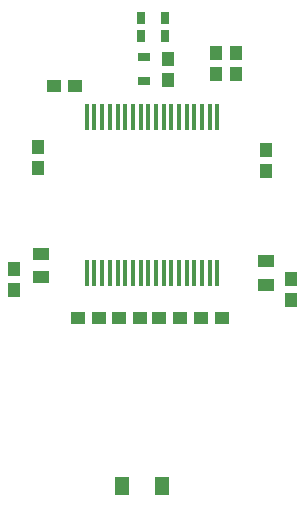
<source format=gbp>
G04*
G04 #@! TF.GenerationSoftware,Altium Limited,Altium Designer,20.0.13 (296)*
G04*
G04 Layer_Color=128*
%FSTAX24Y24*%
%MOIN*%
G70*
G01*
G75*
%ADD27R,0.0315X0.0433*%
%ADD32R,0.0472X0.0433*%
%ADD34R,0.0433X0.0315*%
%ADD47R,0.0433X0.0472*%
%ADD136R,0.0512X0.0591*%
%ADD137R,0.0512X0.0591*%
%ADD138R,0.0550X0.0433*%
%ADD139R,0.0169X0.0866*%
D27*
X02425Y0317D02*
D03*
X02505D02*
D03*
X02505Y0311D02*
D03*
X02425D02*
D03*
D32*
X02135Y02945D02*
D03*
X02205D02*
D03*
X02285Y0217D02*
D03*
X02215D02*
D03*
X02695D02*
D03*
X02625D02*
D03*
X02485D02*
D03*
X02555D02*
D03*
X0242D02*
D03*
X0235D02*
D03*
D34*
X02435Y0296D02*
D03*
Y0304D02*
D03*
D47*
X02515Y03035D02*
D03*
Y02965D02*
D03*
X02675Y02985D02*
D03*
Y03055D02*
D03*
X0274Y02985D02*
D03*
Y03055D02*
D03*
X02Y02335D02*
D03*
Y02265D02*
D03*
X02925Y022996D02*
D03*
Y022296D02*
D03*
X0208Y0267D02*
D03*
Y0274D02*
D03*
X0284Y0266D02*
D03*
Y0273D02*
D03*
D136*
X02495Y0161D02*
D03*
D137*
X0236D02*
D03*
D138*
X0284Y023594D02*
D03*
Y022806D02*
D03*
X0209Y023844D02*
D03*
Y023056D02*
D03*
D139*
X026785Y0232D02*
D03*
X02653D02*
D03*
X026274D02*
D03*
X026018D02*
D03*
X025762D02*
D03*
X025506D02*
D03*
X02525D02*
D03*
X024994D02*
D03*
X024738D02*
D03*
X024482D02*
D03*
X024226D02*
D03*
X02397D02*
D03*
X023715D02*
D03*
X023459D02*
D03*
X022435D02*
D03*
X022947D02*
D03*
X022691D02*
D03*
X023203D02*
D03*
Y0284D02*
D03*
X022691D02*
D03*
X022947D02*
D03*
X022435D02*
D03*
X023459D02*
D03*
X023715D02*
D03*
X02397D02*
D03*
X024226D02*
D03*
X024482D02*
D03*
X024738D02*
D03*
X024994D02*
D03*
X02525D02*
D03*
X025506D02*
D03*
X025762D02*
D03*
X026018D02*
D03*
X026274D02*
D03*
X02653D02*
D03*
X026785D02*
D03*
M02*

</source>
